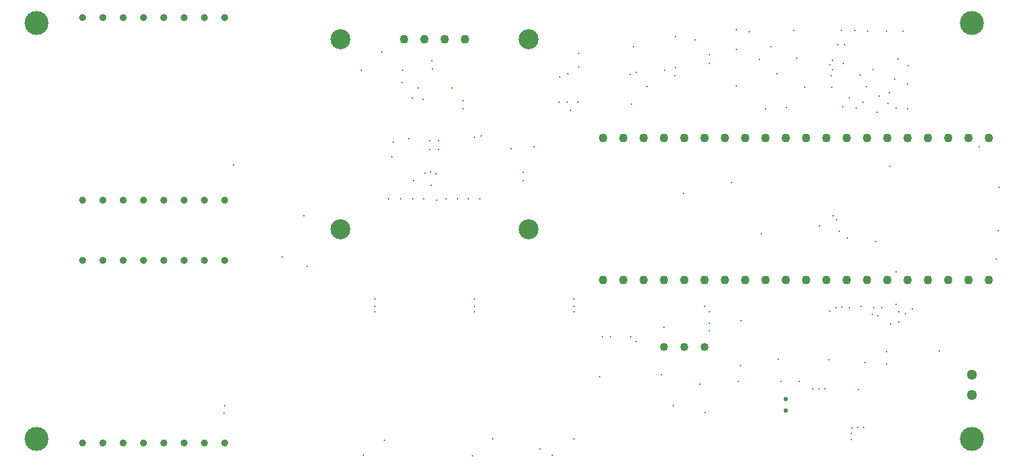
<source format=gbr>
%TF.GenerationSoftware,Altium Limited,Altium Designer,25.8.1 (18)*%
G04 Layer_Color=0*
%FSLAX45Y45*%
%MOMM*%
%TF.SameCoordinates,177DAE0C-5750-4891-A40F-8E88CBB746AF*%
%TF.FilePolarity,Positive*%
%TF.FileFunction,Plated,1,4,PTH,Drill*%
%TF.Part,Single*%
G01*
G75*
%TA.AperFunction,ComponentDrill*%
%ADD121C,1.10000*%
%ADD122C,0.88900*%
%ADD123C,1.10000*%
%ADD124C,1.02000*%
%ADD125C,0.55000*%
%ADD126C,1.30000*%
%TA.AperFunction,ViaDrill,NotFilled*%
%ADD127C,0.20000*%
%ADD128C,3.00000*%
%ADD129C,2.50000*%
D121*
X10027234Y4161752D02*
D03*
X11805234D02*
D03*
X10535234D02*
D03*
X9265234D02*
D03*
X11805234Y2383752D02*
D03*
X10535234D02*
D03*
X9265234D02*
D03*
X7995234Y4161752D02*
D03*
Y2383752D02*
D03*
X9773234Y4161752D02*
D03*
X11297234Y2383752D02*
D03*
X10281234D02*
D03*
X10789234Y4161752D02*
D03*
X9519234D02*
D03*
Y2383752D02*
D03*
X11043234Y4161752D02*
D03*
X8249234Y2383752D02*
D03*
X9011234D02*
D03*
X8757234D02*
D03*
X7487234D02*
D03*
X8503234D02*
D03*
X10789234D02*
D03*
X12313234Y4161752D02*
D03*
X10281234D02*
D03*
X7741234D02*
D03*
X9011234D02*
D03*
X8757234D02*
D03*
X11043234Y2383752D02*
D03*
X12059234D02*
D03*
X12313234D02*
D03*
X8503234Y4161752D02*
D03*
X11551234D02*
D03*
X8249234D02*
D03*
X11297234D02*
D03*
X7741234Y2383752D02*
D03*
X7487234Y4161752D02*
D03*
X12059234D02*
D03*
X9773234Y2383752D02*
D03*
X10027234D02*
D03*
X11551234D02*
D03*
D122*
X978500Y2628900D02*
D03*
X1740500Y3389000D02*
D03*
X2248500D02*
D03*
X1486500D02*
D03*
X978500Y5675000D02*
D03*
X1232500D02*
D03*
X1740500D02*
D03*
X1486500D02*
D03*
X2502500D02*
D03*
X978500Y3389000D02*
D03*
X1232500D02*
D03*
X1994500D02*
D03*
X2756500D02*
D03*
Y5675000D02*
D03*
X1994500D02*
D03*
X2502500Y3389000D02*
D03*
X2248500Y5675000D02*
D03*
X2756500Y2628900D02*
D03*
Y342900D02*
D03*
X1994500D02*
D03*
X2248500D02*
D03*
X1740500D02*
D03*
X1486500D02*
D03*
X1232500D02*
D03*
X978500D02*
D03*
X2502500Y2628900D02*
D03*
X1232500D02*
D03*
X1486500D02*
D03*
X1740500D02*
D03*
X1994500D02*
D03*
X2502500Y342900D02*
D03*
X2248500Y2628900D02*
D03*
D123*
X5000000Y5400000D02*
D03*
X5254000D02*
D03*
X5508000D02*
D03*
X5762000D02*
D03*
D124*
X8506000Y1547500D02*
D03*
X8760000D02*
D03*
X8252000D02*
D03*
D125*
X9775000Y895000D02*
D03*
Y755000D02*
D03*
D126*
X12100000Y1199000D02*
D03*
Y945000D02*
D03*
D127*
X9662500Y4972500D02*
D03*
X9912500Y5162500D02*
D03*
X9447500Y5150000D02*
D03*
X4720000Y5237500D02*
D03*
X10015000Y4802500D02*
D03*
X10325000Y5080000D02*
D03*
X10343449Y4945572D02*
D03*
X10355000Y5142500D02*
D03*
X10357500Y5022500D02*
D03*
X11085870Y1839284D02*
D03*
X10857500Y1955000D02*
D03*
X10327500Y1995000D02*
D03*
X10477500Y2045000D02*
D03*
X10922500Y1940000D02*
D03*
X11270000Y1965000D02*
D03*
X11189208Y1991125D02*
D03*
X11152500Y2080000D02*
D03*
X10978318Y2037521D02*
D03*
X10877500Y2037500D02*
D03*
X10712500Y2057500D02*
D03*
X10572500Y2040000D02*
D03*
X10397500D02*
D03*
X11052500Y4592500D02*
D03*
X11157500Y4540000D02*
D03*
X10742500Y4617500D02*
D03*
X10482500Y4555000D02*
D03*
X10465000Y5512500D02*
D03*
X10641239Y5511808D02*
D03*
X10797411Y5501396D02*
D03*
X11032500Y5502500D02*
D03*
X11242500Y5505000D02*
D03*
X11305000Y5070000D02*
D03*
X11300000Y4845000D02*
D03*
X10780000Y4805000D02*
D03*
X10942500Y4690000D02*
D03*
X11067500Y4735000D02*
D03*
X11302500Y4527500D02*
D03*
X10652500Y4535000D02*
D03*
X10915000Y4482500D02*
D03*
X2753680Y815000D02*
D03*
X10265000Y1022500D02*
D03*
X10320000Y1385000D02*
D03*
X10192500Y1025000D02*
D03*
X10112500Y1027500D02*
D03*
X6857500Y197500D02*
D03*
X5857500Y182500D02*
D03*
X4489926Y191019D02*
D03*
X7125000Y397500D02*
D03*
X6112500D02*
D03*
X8218420Y1204600D02*
D03*
X7842500Y4585000D02*
D03*
X5963400Y4185900D02*
D03*
X5877500Y4170000D02*
D03*
X5120000Y3630000D02*
D03*
X5261471Y3725723D02*
D03*
X5330000Y3740000D02*
D03*
X5396849Y3719235D02*
D03*
X5335000Y3570000D02*
D03*
X5350000Y5132500D02*
D03*
X5358190Y5030410D02*
D03*
X10348584Y4803266D02*
D03*
X4980000Y5007500D02*
D03*
X4971136Y4857550D02*
D03*
X7128750Y1987500D02*
D03*
X7126250Y2058750D02*
D03*
Y2151250D02*
D03*
X4635000Y1987500D02*
D03*
X5881250D02*
D03*
X5878750Y2058750D02*
D03*
X4632500Y2060000D02*
D03*
X5878750Y2151250D02*
D03*
X4632500Y2152500D02*
D03*
X8252500Y1797396D02*
D03*
X9160000Y5522500D02*
D03*
X3475000Y2675000D02*
D03*
X8820000Y5210000D02*
D03*
X9101180Y3607500D02*
D03*
X10413820Y3137500D02*
D03*
X10708780Y4951599D02*
D03*
X10570100Y4667920D02*
D03*
X5180520Y4792500D02*
D03*
X6700920Y266700D02*
D03*
X5740000Y4630000D02*
D03*
X6340000Y4030000D02*
D03*
X6490000Y3632500D02*
D03*
X7080000Y4512500D02*
D03*
X6937500Y4610000D02*
D03*
X6950000Y4927500D02*
D03*
X7182500Y5222500D02*
D03*
X7830000Y4957500D02*
D03*
X8387500Y4940000D02*
D03*
X8817500Y5097500D02*
D03*
X8642500Y5392500D02*
D03*
X7832500Y1672500D02*
D03*
X7585000Y1677500D02*
D03*
X9212500Y1877500D02*
D03*
X8817500Y1845000D02*
D03*
X8755000Y2052500D02*
D03*
X11076950Y3812950D02*
D03*
X12198550Y4056050D02*
D03*
X11157500Y2485000D02*
D03*
X10547500Y2915000D02*
D03*
X10444450Y2995050D02*
D03*
X12410550Y2652450D02*
D03*
X8494450Y3470050D02*
D03*
X8366450Y811950D02*
D03*
X4464451Y5007550D02*
D03*
X2868050Y3829950D02*
D03*
X2745000Y717500D02*
D03*
X11180200Y5152500D02*
D03*
X12445001Y3545000D02*
D03*
X12436026Y3002500D02*
D03*
X10367500Y3195000D02*
D03*
X10197500Y3067500D02*
D03*
X11190625Y1863125D02*
D03*
X10863524Y5021575D02*
D03*
X9872600Y5514100D02*
D03*
X9316975Y5493475D02*
D03*
X8397500Y5045000D02*
D03*
X7907500Y4982500D02*
D03*
X4860000Y4115000D02*
D03*
X6626875Y4058125D02*
D03*
X5731876Y4530625D02*
D03*
X5240000Y4645000D02*
D03*
X7045000Y4967500D02*
D03*
X7037500Y4615000D02*
D03*
X7172500Y4617500D02*
D03*
X7185000Y5052500D02*
D03*
X9160000Y4812500D02*
D03*
X8040000Y4805000D02*
D03*
X7477500Y1675000D02*
D03*
X7900000Y1612500D02*
D03*
X3745000Y3192500D02*
D03*
X8820000Y1752500D02*
D03*
X8817500Y1987500D02*
D03*
X3785000Y2557500D02*
D03*
X9520000Y4526501D02*
D03*
X9780000Y4547500D02*
D03*
X10670000Y542500D02*
D03*
X10597500Y465000D02*
D03*
X9205000Y1310000D02*
D03*
X5600000Y4790000D02*
D03*
X5105000Y4662500D02*
D03*
X11140000Y4902500D02*
D03*
X8397500Y5437500D02*
D03*
X9155000Y5277500D02*
D03*
X8257500Y5012500D02*
D03*
X11697874Y1499800D02*
D03*
X11040000Y1490000D02*
D03*
Y1340000D02*
D03*
X10767500Y1350000D02*
D03*
X9682500Y1392500D02*
D03*
X9468526Y2965090D02*
D03*
X10747500Y537500D02*
D03*
X10677500Y1012500D02*
D03*
X10607500Y530000D02*
D03*
X10597500Y387500D02*
D03*
X7872500Y5309300D02*
D03*
X5432500Y4017500D02*
D03*
Y4127500D02*
D03*
X5322500D02*
D03*
Y4017500D02*
D03*
X5055355Y4158442D02*
D03*
X4847500Y3930000D02*
D03*
X7445000Y1177500D02*
D03*
X4752500Y382500D02*
D03*
X10490200Y5092700D02*
D03*
X10515100Y5334000D02*
D03*
X10896600Y2870200D02*
D03*
X8699500Y1079500D02*
D03*
X9182100Y1117600D02*
D03*
X9715500D02*
D03*
X9944100D02*
D03*
X8763000Y723900D02*
D03*
X11353800Y2019300D02*
D03*
X6489700Y3733800D02*
D03*
X4800600Y3403600D02*
D03*
X5404641Y3383759D02*
D03*
X5664200Y3403600D02*
D03*
X5803900D02*
D03*
X5943600D02*
D03*
X5524500D02*
D03*
X5245100D02*
D03*
X5105400D02*
D03*
X4953000D02*
D03*
X10426700Y5334000D02*
D03*
X9588500Y5308600D02*
D03*
D128*
X12100000Y5600000D02*
D03*
Y400000D02*
D03*
X400000Y5600000D02*
D03*
Y400000D02*
D03*
D129*
X6555999Y5400000D02*
D03*
X4206001Y3020005D02*
D03*
X6555999D02*
D03*
X4206001Y5400000D02*
D03*
%TF.MD5,1504d5ea6c9613d33731805746d6f88d*%
M02*

</source>
